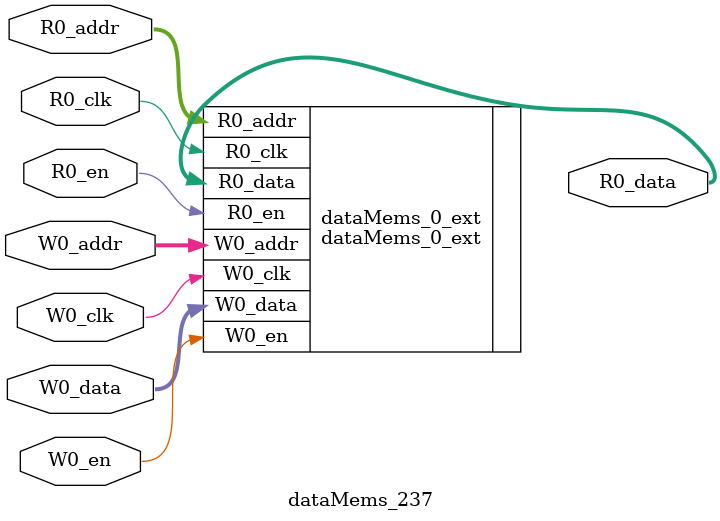
<source format=sv>
`ifndef RANDOMIZE
  `ifdef RANDOMIZE_REG_INIT
    `define RANDOMIZE
  `endif // RANDOMIZE_REG_INIT
`endif // not def RANDOMIZE
`ifndef RANDOMIZE
  `ifdef RANDOMIZE_MEM_INIT
    `define RANDOMIZE
  `endif // RANDOMIZE_MEM_INIT
`endif // not def RANDOMIZE

`ifndef RANDOM
  `define RANDOM $random
`endif // not def RANDOM

// Users can define 'PRINTF_COND' to add an extra gate to prints.
`ifndef PRINTF_COND_
  `ifdef PRINTF_COND
    `define PRINTF_COND_ (`PRINTF_COND)
  `else  // PRINTF_COND
    `define PRINTF_COND_ 1
  `endif // PRINTF_COND
`endif // not def PRINTF_COND_

// Users can define 'ASSERT_VERBOSE_COND' to add an extra gate to assert error printing.
`ifndef ASSERT_VERBOSE_COND_
  `ifdef ASSERT_VERBOSE_COND
    `define ASSERT_VERBOSE_COND_ (`ASSERT_VERBOSE_COND)
  `else  // ASSERT_VERBOSE_COND
    `define ASSERT_VERBOSE_COND_ 1
  `endif // ASSERT_VERBOSE_COND
`endif // not def ASSERT_VERBOSE_COND_

// Users can define 'STOP_COND' to add an extra gate to stop conditions.
`ifndef STOP_COND_
  `ifdef STOP_COND
    `define STOP_COND_ (`STOP_COND)
  `else  // STOP_COND
    `define STOP_COND_ 1
  `endif // STOP_COND
`endif // not def STOP_COND_

// Users can define INIT_RANDOM as general code that gets injected into the
// initializer block for modules with registers.
`ifndef INIT_RANDOM
  `define INIT_RANDOM
`endif // not def INIT_RANDOM

// If using random initialization, you can also define RANDOMIZE_DELAY to
// customize the delay used, otherwise 0.002 is used.
`ifndef RANDOMIZE_DELAY
  `define RANDOMIZE_DELAY 0.002
`endif // not def RANDOMIZE_DELAY

// Define INIT_RANDOM_PROLOG_ for use in our modules below.
`ifndef INIT_RANDOM_PROLOG_
  `ifdef RANDOMIZE
    `ifdef VERILATOR
      `define INIT_RANDOM_PROLOG_ `INIT_RANDOM
    `else  // VERILATOR
      `define INIT_RANDOM_PROLOG_ `INIT_RANDOM #`RANDOMIZE_DELAY begin end
    `endif // VERILATOR
  `else  // RANDOMIZE
    `define INIT_RANDOM_PROLOG_
  `endif // RANDOMIZE
`endif // not def INIT_RANDOM_PROLOG_

// Include register initializers in init blocks unless synthesis is set
`ifndef SYNTHESIS
  `ifndef ENABLE_INITIAL_REG_
    `define ENABLE_INITIAL_REG_
  `endif // not def ENABLE_INITIAL_REG_
`endif // not def SYNTHESIS

// Include rmemory initializers in init blocks unless synthesis is set
`ifndef SYNTHESIS
  `ifndef ENABLE_INITIAL_MEM_
    `define ENABLE_INITIAL_MEM_
  `endif // not def ENABLE_INITIAL_MEM_
`endif // not def SYNTHESIS

module dataMems_237(	// @[generators/ara/src/main/scala/UnsafeAXI4ToTL.scala:365:62]
  input  [4:0]  R0_addr,
  input         R0_en,
  input         R0_clk,
  output [66:0] R0_data,
  input  [4:0]  W0_addr,
  input         W0_en,
  input         W0_clk,
  input  [66:0] W0_data
);

  dataMems_0_ext dataMems_0_ext (	// @[generators/ara/src/main/scala/UnsafeAXI4ToTL.scala:365:62]
    .R0_addr (R0_addr),
    .R0_en   (R0_en),
    .R0_clk  (R0_clk),
    .R0_data (R0_data),
    .W0_addr (W0_addr),
    .W0_en   (W0_en),
    .W0_clk  (W0_clk),
    .W0_data (W0_data)
  );
endmodule


</source>
